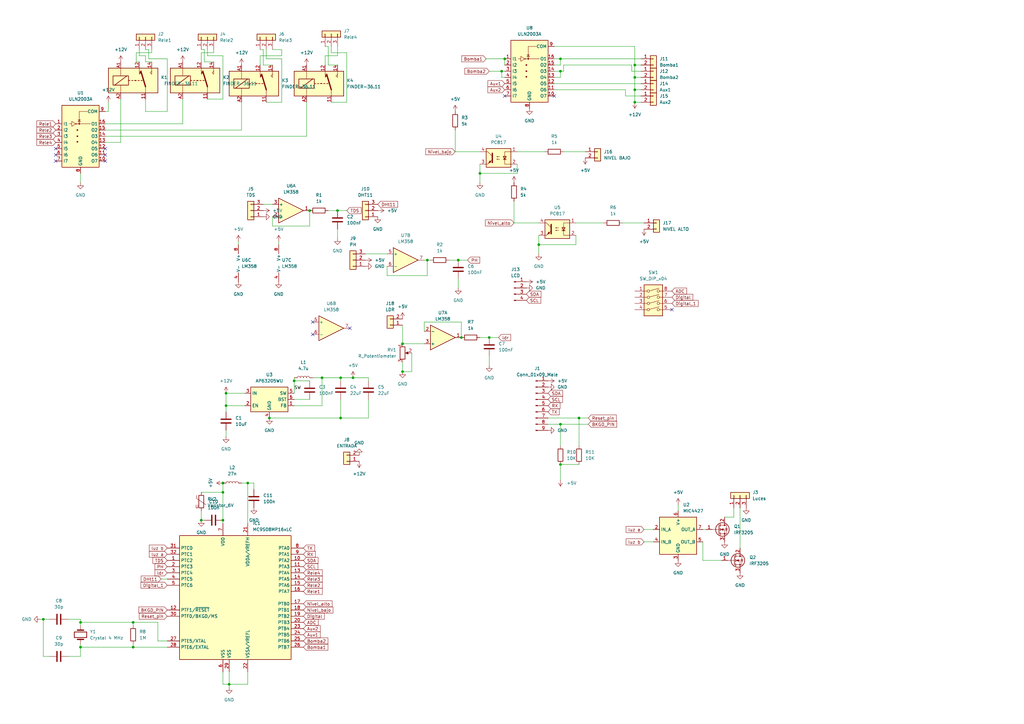
<source format=kicad_sch>
(kicad_sch (version 20211123) (generator eeschema)
  (paper "A3")
  (junction (at 93.98 280.67))
  (junction (at 229.87 24.13))
  (junction (at 17.78 254))
  (junction (at 92.71 166.37))
  (junction (at 205.74 29.21))
  (junction (at 138.43 86.36))
  (junction (at 127 86.36))
  (junction (at 120.65 156.21))
  (junction (at 260.35 31.75))
  (junction (at 33.02 255.27))
  (junction (at 144.78 154.94))
  (junction (at 92.71 161.29))
  (junction (at 91.44 201.93))
  (junction (at 139.7 171.45))
  (junction (at 54.61 265.43))
  (junction (at 132.08 154.94))
  (junction (at 101.6 198.12))
  (junction (at 207.01 24.13))
  (junction (at 165.1 152.4))
  (junction (at 54.61 255.27))
  (junction (at 165.1 140.97))
  (junction (at 260.35 41.91))
  (junction (at 260.35 26.67))
  (junction (at 82.55 213.36))
  (junction (at 189.23 138.43))
  (junction (at 229.87 29.21))
  (junction (at 196.85 71.12))
  (junction (at 91.44 198.12))
  (junction (at 139.7 154.94))
  (junction (at 260.35 36.83))
  (junction (at 220.98 100.33))
  (junction (at 110.49 171.45))
  (junction (at 200.66 138.43))
  (junction (at 237.49 171.45))
  (junction (at 229.87 190.5))
  (junction (at 187.96 106.68))
  (junction (at 91.44 213.36))
  (junction (at 229.87 173.99))
  (junction (at 33.02 265.43))
  (junction (at 175.26 106.68))
  (no_connect (at 275.59 127))
  (no_connect (at 43.18 60.96))
  (no_connect (at 22.86 63.5))
  (no_connect (at 22.86 66.04))
  (no_connect (at 43.18 63.5))
  (no_connect (at 43.18 66.04))
  (no_connect (at 22.86 60.96))
  (no_connect (at 128.27 137.16))
  (no_connect (at 128.27 132.08))
  (no_connect (at 143.51 134.62))
  (no_connect (at 227.33 39.37))
  (no_connect (at 207.01 39.37))
  (wire (pts (xy 55.88 25.4) (xy 57.15 25.4)))
  (wire (pts (xy 255.27 91.44) (xy 264.16 91.44)))
  (wire (pts (xy 175.26 113.03) (xy 175.26 106.68)))
  (wire (pts (xy 97.79 100.33) (xy 97.79 99.06)))
  (wire (pts (xy 87.63 21.59) (xy 82.55 21.59)))
  (wire (pts (xy 83.82 25.4) (xy 87.63 25.4)))
  (wire (pts (xy 66.04 237.49) (xy 68.58 237.49)))
  (wire (pts (xy 104.14 200.66) (xy 104.14 198.12)))
  (wire (pts (xy 99.06 41.91) (xy 99.06 53.34)))
  (wire (pts (xy 99.06 198.12) (xy 101.6 198.12)))
  (wire (pts (xy 115.57 41.91) (xy 109.22 41.91)))
  (wire (pts (xy 91.44 40.64) (xy 85.09 40.64)))
  (wire (pts (xy 109.22 24.13) (xy 115.57 24.13)))
  (wire (pts (xy 93.98 280.67) (xy 101.6 280.67)))
  (wire (pts (xy 227.33 29.21) (xy 229.87 29.21)))
  (wire (pts (xy 106.68 22.86) (xy 106.68 26.67)))
  (wire (pts (xy 199.39 24.13) (xy 207.01 24.13)))
  (wire (pts (xy 231.14 26.67) (xy 259.08 26.67)))
  (wire (pts (xy 101.6 198.12) (xy 101.6 214.63)))
  (wire (pts (xy 115.57 24.13) (xy 115.57 41.91)))
  (wire (pts (xy 165.1 140.97) (xy 173.99 140.97)))
  (wire (pts (xy 111.76 88.9) (xy 111.76 92.71)))
  (wire (pts (xy 187.96 106.68) (xy 191.77 106.68)))
  (wire (pts (xy 187.96 114.3) (xy 187.96 118.11)))
  (wire (pts (xy 196.85 71.12) (xy 212.09 71.12)))
  (wire (pts (xy 297.18 212.09) (xy 300.99 212.09)))
  (wire (pts (xy 120.65 156.21) (xy 127 156.21)))
  (wire (pts (xy 138.43 19.05) (xy 138.43 22.86)))
  (wire (pts (xy 151.13 156.21) (xy 151.13 154.94)))
  (wire (pts (xy 59.69 20.32) (xy 60.96 20.32)))
  (wire (pts (xy 135.89 21.59) (xy 142.24 21.59)))
  (wire (pts (xy 229.87 173.99) (xy 241.3 173.99)))
  (wire (pts (xy 82.55 20.32) (xy 83.82 20.32)))
  (wire (pts (xy 288.29 229.87) (xy 295.91 229.87)))
  (wire (pts (xy 62.23 21.59) (xy 55.88 21.59)))
  (wire (pts (xy 229.87 173.99) (xy 229.87 182.88)))
  (wire (pts (xy 260.35 19.05) (xy 260.35 26.67)))
  (wire (pts (xy 109.22 20.32) (xy 109.22 24.13)))
  (wire (pts (xy 173.99 106.68) (xy 175.26 106.68)))
  (wire (pts (xy 33.02 254) (xy 33.02 255.27)))
  (wire (pts (xy 111.76 92.71) (xy 127 92.71)))
  (wire (pts (xy 44.45 41.91) (xy 44.45 45.72)))
  (wire (pts (xy 93.98 275.59) (xy 93.98 280.67)))
  (wire (pts (xy 264.16 222.25) (xy 267.97 222.25)))
  (wire (pts (xy 134.62 26.67) (xy 138.43 26.67)))
  (wire (pts (xy 55.88 21.59) (xy 55.88 25.4)))
  (wire (pts (xy 229.87 24.13) (xy 262.89 24.13)))
  (wire (pts (xy 33.02 71.12) (xy 33.02 74.93)))
  (wire (pts (xy 288.29 217.17) (xy 289.56 217.17)))
  (wire (pts (xy 93.98 281.94) (xy 93.98 280.67)))
  (wire (pts (xy 212.09 62.23) (xy 223.52 62.23)))
  (wire (pts (xy 260.35 36.83) (xy 260.35 41.91)))
  (wire (pts (xy 139.7 171.45) (xy 151.13 171.45)))
  (wire (pts (xy 44.45 45.72) (xy 43.18 45.72)))
  (wire (pts (xy 200.66 29.21) (xy 205.74 29.21)))
  (wire (pts (xy 200.66 146.05) (xy 200.66 149.86)))
  (wire (pts (xy 64.77 262.89) (xy 68.58 262.89)))
  (wire (pts (xy 68.58 24.13) (xy 68.58 45.72)))
  (wire (pts (xy 33.02 265.43) (xy 33.02 264.16)))
  (wire (pts (xy 91.44 22.86) (xy 91.44 40.64)))
  (wire (pts (xy 134.62 86.36) (xy 138.43 86.36)))
  (wire (pts (xy 85.09 20.32) (xy 85.09 22.86)))
  (wire (pts (xy 288.29 222.25) (xy 288.29 229.87)))
  (wire (pts (xy 158.75 113.03) (xy 175.26 113.03)))
  (wire (pts (xy 133.35 22.86) (xy 138.43 22.86)))
  (wire (pts (xy 107.95 26.67) (xy 111.76 26.67)))
  (wire (pts (xy 92.71 168.91) (xy 92.71 166.37)))
  (wire (pts (xy 60.96 20.32) (xy 60.96 24.13)))
  (wire (pts (xy 133.35 22.86) (xy 133.35 26.67)))
  (wire (pts (xy 49.53 40.64) (xy 49.53 58.42)))
  (wire (pts (xy 259.08 29.21) (xy 262.89 29.21)))
  (wire (pts (xy 139.7 154.94) (xy 139.7 156.21)))
  (wire (pts (xy 260.35 36.83) (xy 262.89 36.83)))
  (wire (pts (xy 237.49 171.45) (xy 241.3 171.45)))
  (wire (pts (xy 43.18 55.88) (xy 125.73 55.88)))
  (wire (pts (xy 91.44 280.67) (xy 93.98 280.67)))
  (wire (pts (xy 205.74 31.75) (xy 205.74 29.21)))
  (wire (pts (xy 54.61 256.54) (xy 54.61 255.27)))
  (wire (pts (xy 189.23 132.08) (xy 189.23 138.43)))
  (wire (pts (xy 184.15 106.68) (xy 187.96 106.68)))
  (wire (pts (xy 104.14 198.12) (xy 101.6 198.12)))
  (wire (pts (xy 125.73 41.91) (xy 125.73 55.88)))
  (wire (pts (xy 220.98 100.33) (xy 220.98 104.14)))
  (wire (pts (xy 128.27 154.94) (xy 132.08 154.94)))
  (wire (pts (xy 196.85 138.43) (xy 200.66 138.43)))
  (wire (pts (xy 91.44 198.12) (xy 91.44 201.93)))
  (wire (pts (xy 107.95 20.32) (xy 107.95 26.67)))
  (wire (pts (xy 196.85 71.12) (xy 196.85 74.93)))
  (wire (pts (xy 135.89 19.05) (xy 135.89 21.59)))
  (wire (pts (xy 120.65 166.37) (xy 132.08 166.37)))
  (wire (pts (xy 91.44 213.36) (xy 91.44 214.63)))
  (wire (pts (xy 74.93 50.8) (xy 74.93 40.64)))
  (wire (pts (xy 92.71 166.37) (xy 100.33 166.37)))
  (wire (pts (xy 87.63 20.32) (xy 87.63 21.59)))
  (wire (pts (xy 168.91 152.4) (xy 165.1 152.4)))
  (wire (pts (xy 229.87 190.5) (xy 237.49 190.5)))
  (wire (pts (xy 110.49 171.45) (xy 139.7 171.45)))
  (wire (pts (xy 142.24 41.91) (xy 135.89 41.91)))
  (wire (pts (xy 259.08 26.67) (xy 259.08 29.21)))
  (wire (pts (xy 168.91 144.78) (xy 168.91 152.4)))
  (wire (pts (xy 237.49 171.45) (xy 237.49 182.88)))
  (wire (pts (xy 115.57 20.32) (xy 115.57 22.86)))
  (wire (pts (xy 83.82 20.32) (xy 83.82 25.4)))
  (wire (pts (xy 138.43 93.98) (xy 138.43 97.79)))
  (wire (pts (xy 220.98 100.33) (xy 236.22 100.33)))
  (wire (pts (xy 220.98 96.52) (xy 220.98 100.33)))
  (wire (pts (xy 92.71 161.29) (xy 100.33 161.29)))
  (wire (pts (xy 82.55 213.36) (xy 82.55 209.55)))
  (wire (pts (xy 229.87 26.67) (xy 229.87 24.13)))
  (wire (pts (xy 54.61 265.43) (xy 68.58 265.43)))
  (wire (pts (xy 256.54 39.37) (xy 262.89 39.37)))
  (wire (pts (xy 54.61 255.27) (xy 64.77 255.27)))
  (wire (pts (xy 132.08 166.37) (xy 132.08 154.94)))
  (wire (pts (xy 260.35 31.75) (xy 260.35 36.83)))
  (wire (pts (xy 43.18 53.34) (xy 99.06 53.34)))
  (wire (pts (xy 132.08 154.94) (xy 139.7 154.94)))
  (wire (pts (xy 27.94 269.24) (xy 33.02 269.24)))
  (wire (pts (xy 212.09 67.31) (xy 212.09 71.12)))
  (wire (pts (xy 27.94 254) (xy 33.02 254)))
  (wire (pts (xy 83.82 213.36) (xy 82.55 213.36)))
  (wire (pts (xy 229.87 31.75) (xy 229.87 29.21)))
  (wire (pts (xy 33.02 255.27) (xy 54.61 255.27)))
  (wire (pts (xy 43.18 50.8) (xy 74.93 50.8)))
  (wire (pts (xy 54.61 264.16) (xy 54.61 265.43)))
  (wire (pts (xy 227.33 31.75) (xy 229.87 31.75)))
  (wire (pts (xy 92.71 176.53) (xy 92.71 179.07)))
  (wire (pts (xy 236.22 96.52) (xy 236.22 100.33)))
  (wire (pts (xy 227.33 19.05) (xy 260.35 19.05)))
  (wire (pts (xy 227.33 36.83) (xy 256.54 36.83)))
  (wire (pts (xy 114.3 100.33) (xy 114.3 99.06)))
  (wire (pts (xy 300.99 212.09) (xy 300.99 208.28)))
  (wire (pts (xy 205.74 29.21) (xy 207.01 29.21)))
  (wire (pts (xy 85.09 22.86) (xy 91.44 22.86)))
  (wire (pts (xy 224.79 171.45) (xy 237.49 171.45)))
  (wire (pts (xy 236.22 91.44) (xy 247.65 91.44)))
  (wire (pts (xy 165.1 152.4) (xy 165.1 148.59)))
  (wire (pts (xy 207.01 24.13) (xy 207.01 26.67)))
  (wire (pts (xy 57.15 22.86) (xy 59.69 22.86)))
  (wire (pts (xy 91.44 201.93) (xy 91.44 213.36)))
  (wire (pts (xy 33.02 256.54) (xy 33.02 255.27)))
  (wire (pts (xy 200.66 138.43) (xy 204.47 138.43)))
  (wire (pts (xy 59.69 45.72) (xy 59.69 40.64)))
  (wire (pts (xy 186.69 53.34) (xy 186.69 62.23)))
  (wire (pts (xy 62.23 20.32) (xy 62.23 21.59)))
  (wire (pts (xy 262.89 26.67) (xy 260.35 26.67)))
  (wire (pts (xy 210.82 82.55) (xy 210.82 91.44)))
  (wire (pts (xy 158.75 109.22) (xy 158.75 113.03)))
  (wire (pts (xy 111.76 20.32) (xy 115.57 20.32)))
  (wire (pts (xy 120.65 154.94) (xy 120.65 156.21)))
  (wire (pts (xy 278.13 207.01) (xy 278.13 209.55)))
  (wire (pts (xy 227.33 34.29) (xy 262.89 34.29)))
  (wire (pts (xy 210.82 91.44) (xy 220.98 91.44)))
  (wire (pts (xy 59.69 25.4) (xy 62.23 25.4)))
  (wire (pts (xy 196.85 67.31) (xy 196.85 71.12)))
  (wire (pts (xy 173.99 132.08) (xy 173.99 135.89)))
  (wire (pts (xy 260.35 26.67) (xy 260.35 31.75)))
  (wire (pts (xy 224.79 173.99) (xy 229.87 173.99)))
  (wire (pts (xy 43.18 58.42) (xy 49.53 58.42)))
  (wire (pts (xy 20.32 269.24) (xy 17.78 269.24)))
  (wire (pts (xy 260.35 31.75) (xy 262.89 31.75)))
  (wire (pts (xy 207.01 31.75) (xy 205.74 31.75)))
  (wire (pts (xy 120.65 156.21) (xy 120.65 161.29)))
  (wire (pts (xy 82.55 21.59) (xy 82.55 25.4)))
  (wire (pts (xy 227.33 26.67) (xy 229.87 26.67)))
  (wire (pts (xy 60.96 24.13) (xy 68.58 24.13)))
  (wire (pts (xy 33.02 269.24) (xy 33.02 265.43)))
  (wire (pts (xy 138.43 86.36) (xy 142.24 86.36)))
  (wire (pts (xy 139.7 154.94) (xy 144.78 154.94)))
  (wire (pts (xy 144.78 154.94) (xy 151.13 154.94)))
  (wire (pts (xy 231.14 62.23) (xy 240.03 62.23)))
  (wire (pts (xy 264.16 217.17) (xy 267.97 217.17)))
  (wire (pts (xy 91.44 275.59) (xy 91.44 280.67)))
  (wire (pts (xy 229.87 29.21) (xy 231.14 29.21)))
  (wire (pts (xy 64.77 255.27) (xy 64.77 262.89)))
  (wire (pts (xy 139.7 163.83) (xy 139.7 171.45)))
  (wire (pts (xy 229.87 190.5) (xy 229.87 196.85)))
  (wire (pts (xy 231.14 29.21) (xy 231.14 26.67)))
  (wire (pts (xy 149.86 104.14) (xy 158.75 104.14)))
  (wire (pts (xy 227.33 24.13) (xy 229.87 24.13)))
  (wire (pts (xy 106.68 22.86) (xy 115.57 22.86)))
  (wire (pts (xy 186.69 62.23) (xy 196.85 62.23)))
  (wire (pts (xy 17.78 254) (xy 20.32 254)))
  (wire (pts (xy 134.62 19.05) (xy 134.62 26.67)))
  (wire (pts (xy 82.55 201.93) (xy 91.44 201.93)))
  (wire (pts (xy 107.95 83.82) (xy 111.76 83.82)))
  (wire (pts (xy 106.68 20.32) (xy 107.95 20.32)))
  (wire (pts (xy 151.13 163.83) (xy 151.13 171.45)))
  (wire (pts (xy 101.6 275.59) (xy 101.6 280.67)))
  (wire (pts (xy 133.35 19.05) (xy 134.62 19.05)))
  (wire (pts (xy 256.54 39.37) (xy 256.54 36.83)))
  (wire (pts (xy 127 92.71) (xy 127 86.36)))
  (wire (pts (xy 142.24 21.59) (xy 142.24 41.91)))
  (wire (pts (xy 260.35 41.91) (xy 262.89 41.91)))
  (wire (pts (xy 59.69 22.86) (xy 59.69 25.4)))
  (wire (pts (xy 92.71 166.37) (xy 92.71 161.29)))
  (wire (pts (xy 303.53 208.28) (xy 303.53 224.79)))
  (wire (pts (xy 17.78 254) (xy 17.78 269.24)))
  (wire (pts (xy 173.99 132.08) (xy 189.23 132.08)))
  (wire (pts (xy 165.1 133.35) (xy 165.1 140.97)))
  (wire (pts (xy 57.15 20.32) (xy 57.15 22.86)))
  (wire (pts (xy 68.58 45.72) (xy 59.69 45.72)))
  (wire (pts (xy 16.51 254) (xy 17.78 254)))
  (wire (pts (xy 33.02 265.43) (xy 54.61 265.43)))
  (wire (pts (xy 120.65 163.83) (xy 127 163.83)))
  (wire (pts (xy 175.26 106.68) (xy 176.53 106.68)))
  (label "SW" (at 120.65 160.02 0))
  (global_label "ldr" (shape input) (at 204.47 138.43 0) (property "Intersheet References" "${INTERSHEET_REFS}" (effects hide)))
  (global_label "SCL" (shape input) (at 224.79 163.83 0) (property "Intersheet References" "${INTERSHEET_REFS}" (effects hide)))
  (global_label "Aux2" (shape input) (at 124.46 257.81 0) (property "Intersheet References" "${INTERSHEET_REFS}" (effects hide)))
  (global_label "Bomba1" (shape input) (at 199.39 24.13 180) (property "Intersheet References" "${INTERSHEET_REFS}" (effects hide)))
  (global_label "luz a" (shape input) (at 68.58 227.33 180) (property "Intersheet References" "${INTERSHEET_REFS}" (effects hide)))
  (global_label "TX" (shape input) (at 224.79 168.91 0) (property "Intersheet References" "${INTERSHEET_REFS}" (effects hide)))
  (global_label "BKGD_PIN" (shape input) (at 68.58 250.19 180) (property "Intersheet References" "${INTERSHEET_REFS}" (effects hide)))
  (global_label "luz a" (shape input) (at 264.16 217.17 180) (property "Intersheet References" "${INTERSHEET_REFS}" (effects hide)))
  (global_label "Bomba2" (shape input) (at 200.66 29.21 180) (property "Intersheet References" "${INTERSHEET_REFS}" (effects hide)))
  (global_label "Nivel_alto" (shape input) (at 210.82 91.44 180) (property "Intersheet References" "${INTERSHEET_REFS}" (effects hide)))
  (global_label "TDS" (shape input) (at 142.24 86.36 0) (property "Intersheet References" "${INTERSHEET_REFS}" (effects hide)))
  (global_label "Rele2" (shape input) (at 22.86 53.34 180) (property "Intersheet References" "${INTERSHEET_REFS}" (effects hide)))
  (global_label "Rele2" (shape input) (at 124.46 240.03 0) (property "Intersheet References" "${INTERSHEET_REFS}" (effects hide)))
  (global_label "Aux1" (shape input) (at 207.01 34.29 180) (property "Intersheet References" "${INTERSHEET_REFS}" (effects hide)))
  (global_label "PH" (shape input) (at 191.77 106.68 0) (property "Intersheet References" "${INTERSHEET_REFS}" (effects hide)))
  (global_label "SDA" (shape input) (at 224.79 161.29 0) (property "Intersheet References" "${INTERSHEET_REFS}" (effects hide)))
  (global_label "Bomba1" (shape input) (at 124.46 265.43 0) (property "Intersheet References" "${INTERSHEET_REFS}" (effects hide)))
  (global_label "luz b" (shape input) (at 264.16 222.25 180) (property "Intersheet References" "${INTERSHEET_REFS}" (effects hide)))
  (global_label "Reset_pin" (shape input) (at 68.58 252.73 180) (property "Intersheet References" "${INTERSHEET_REFS}" (effects hide)))
  (global_label "Rele3" (shape input) (at 124.46 237.49 0) (property "Intersheet References" "${INTERSHEET_REFS}" (effects hide)))
  (global_label "ADC" (shape input) (at 275.59 119.38 0) (property "Intersheet References" "${INTERSHEET_REFS}" (effects hide)))
  (global_label "Digital_1" (shape input) (at 275.59 124.46 0) (property "Intersheet References" "${INTERSHEET_REFS}" (effects hide)))
  (global_label "Aux2" (shape input) (at 207.01 36.83 180) (property "Intersheet References" "${INTERSHEET_REFS}" (effects hide)))
  (global_label "Rele1" (shape input) (at 22.86 50.8 180) (property "Intersheet References" "${INTERSHEET_REFS}" (effects hide)))
  (global_label "ADC" (shape input) (at 124.46 255.27 0) (property "Intersheet References" "${INTERSHEET_REFS}" (effects hide)))
  (global_label "PH" (shape input) (at 68.58 232.41 180) (property "Intersheet References" "${INTERSHEET_REFS}" (effects hide)))
  (global_label "luz b" (shape input) (at 68.58 224.79 180) (property "Intersheet References" "${INTERSHEET_REFS}" (effects hide)))
  (global_label "Digital_1" (shape input) (at 68.58 240.03 180) (property "Intersheet References" "${INTERSHEET_REFS}" (effects hide)))
  (global_label "Nivel_alto" (shape input) (at 124.46 247.65 0) (property "Intersheet References" "${INTERSHEET_REFS}" (effects hide)))
  (global_label "SCL" (shape input) (at 215.9 123.19 0) (property "Intersheet References" "${INTERSHEET_REFS}" (effects hide)))
  (global_label "Reset_pin" (shape input) (at 241.3 171.45 0) (property "Intersheet References" "${INTERSHEET_REFS}" (effects hide)))
  (global_label "Rele4" (shape input) (at 124.46 234.95 0) (property "Intersheet References" "${INTERSHEET_REFS}" (effects hide)))
  (global_label "RX" (shape input) (at 224.79 166.37 0) (property "Intersheet References" "${INTERSHEET_REFS}" (effects hide)))
  (global_label "DHt11" (shape input) (at 66.04 237.49 180) (property "Intersheet References" "${INTERSHEET_REFS}" (effects hide)))
  (global_label "DHt11" (shape input) (at 154.94 83.82 0) (property "Intersheet References" "${INTERSHEET_REFS}" (effects hide)))
  (global_label "SDA" (shape input) (at 215.9 120.65 0) (property "Intersheet References" "${INTERSHEET_REFS}" (effects hide)))
  (global_label "TX" (shape input) (at 124.46 224.79 0) (property "Intersheet References" "${INTERSHEET_REFS}" (effects hide)))
  (global_label "SCL" (shape input) (at 124.46 232.41 0) (property "Intersheet References" "${INTERSHEET_REFS}" (effects hide)))
  (global_label "Rele1" (shape input) (at 124.46 242.57 0) (property "Intersheet References" "${INTERSHEET_REFS}" (effects hide)))
  (global_label "Aux1" (shape input) (at 124.46 260.35 0) (property "Intersheet References" "${INTERSHEET_REFS}" (effects hide)))
  (global_label "Nivel_bajo" (shape input) (at 124.46 250.19 0) (property "Intersheet References" "${INTERSHEET_REFS}" (effects hide)))
  (global_label "Nivel_bajo" (shape input) (at 186.69 62.23 180) (property "Intersheet References" "${INTERSHEET_REFS}" (effects hide)))
  (global_label "Bomba2" (shape input) (at 124.46 262.89 0) (property "Intersheet References" "${INTERSHEET_REFS}" (effects hide)))
  (global_label "RX" (shape input) (at 124.46 227.33 0) (property "Intersheet References" "${INTERSHEET_REFS}" (effects hide)))
  (global_label "Rele4" (shape input) (at 22.86 58.42 180) (property "Intersheet References" "${INTERSHEET_REFS}" (effects hide)))
  (global_label "ldr" (shape input) (at 68.58 234.95 180) (property "Intersheet References" "${INTERSHEET_REFS}" (effects hide)))
  (global_label "TDS" (shape input) (at 68.58 229.87 180) (property "Intersheet References" "${INTERSHEET_REFS}" (effects hide)))
  (global_label "BKGD_PIN" (shape input) (at 241.3 173.99 0) (property "Intersheet References" "${INTERSHEET_REFS}" (effects hide)))
  (global_label "Rele3" (shape input) (at 22.86 55.88 180) (property "Intersheet References" "${INTERSHEET_REFS}" (effects hide)))
  (global_label "Digital" (shape input) (at 275.59 121.92 0) (property "Intersheet References" "${INTERSHEET_REFS}" (effects hide)))
  (global_label "Digital" (shape input) (at 124.46 252.73 0) (property "Intersheet References" "${INTERSHEET_REFS}" (effects hide)))
  (global_label "SDA" (shape input) (at 124.46 229.87 0) (property "Intersheet References" "${INTERSHEET_REFS}" (effects hide)))
  (symbol (lib_id "power:GND") (at 82.55 213.36 0) (unit 1)
    (property "Reference" "#PWR0143" (effects hide))
    (property "Value" "GND" (at 82.55 218.44 0))
  )
  (symbol (lib_id "power:GND") (at 114.3 115.57 0) (unit 1)
    (property "Reference" "#PWR04" (effects hide))
    (property "Value" "GND" (at 114.3 120.65 0))
  )
  (symbol (lib_id "power:GND") (at 278.13 229.87 0) (unit 1)
    (property "Reference" "#PWR0121" (effects hide))
    (property "Value" "GND" (at 278.13 234.95 0))
  )
  (symbol (lib_id "power:GND") (at 93.98 281.94 0) (unit 1)
    (property "Reference" "#PWR0144" (effects hide))
    (property "Value" "GND" (at 93.98 287.02 0))
  )
  (symbol (lib_id "power:+12V") (at 147.32 189.23 180) (unit 1)
    (property "Reference" "#PWR0125" (effects hide))
    (property "Value" "+12V" (at 147.32 194.31 0))
  )
  (symbol (lib_id "Amplifier_Operational:LM358") (at 100.33 107.95 0) (unit 3)
    (property "Reference" "U6" (at 99.06 106.6799 0) (effects (justify left)))
    (property "Value" "LM358" (at 99.06 109.2199 0) (effects (justify left)))
    (property "Footprint" "Package_SO:SOIC-8_3.9x4.9mm_P1.27mm" (effects hide))
    (property "Datasheet" "http://www.ti.com/lit/ds/symlink/lm2904-n.pdf" (effects hide))
  )
  (symbol (lib_id "Device:C") (at 200.66 142.24 0) (unit 1)
    (property "Reference" "C7" (at 204.47 140.9699 0) (effects (justify left)))
    (property "Value" "100nF" (at 204.47 143.5099 0) (effects (justify left)))
    (property "Footprint" "Capacitor_SMD:C_0603_1608Metric" (effects hide))
  )
  (symbol (lib_id "Amplifier_Operational:LM358") (at 166.37 106.68 0) (unit 2)
    (property "Reference" "U7" (at 166.37 96.52 0))
    (property "Value" "LM358" (at 166.37 99.06 0))
    (property "Footprint" "Package_SO:SOIC-8_3.9x4.9mm_P1.27mm" (effects hide))
    (property "Datasheet" "http://www.ti.com/lit/ds/symlink/lm2904-n.pdf" (effects hide))
  )
  (symbol (lib_id "MCU_NXP_S08:MC9S08MP16xLC") (at 96.52 245.11 0) (unit 1)
    (property "Reference" "IC1" (at 103.6194 214.63 0) (effects (justify left)))
    (property "Value" "MC9S08MP16xLC" (at 103.6194 217.17 0) (effects (justify left)))
    (property "Footprint" "Package_QFP:LQFP-32_7x7mm_P0.8mm" (effects hide))
    (property "Datasheet" "http://cache.nxp.com/files/microcontrollers/doc/ref_manual/MC9S08MP16RM.pdf" (effects hide))
  )
  (symbol (lib_id "power:GND") (at 215.9 118.11 90) (unit 1)
    (property "Reference" "#PWR0106" (effects hide))
    (property "Value" "GND" (at 219.71 118.1099 90) (effects (justify right)))
  )
  (symbol (lib_id "Device:C") (at 127 160.02 0) (unit 1)
    (property "Reference" "C3" (at 130.81 158.7499 0) (effects (justify left)))
    (property "Value" "100nF" (at 130.81 161.2899 0) (effects (justify left)))
    (property "Footprint" "Capacitor_SMD:C_0201_0603Metric" (effects hide))
  )
  (symbol (lib_id "power:+5V") (at 144.78 154.94 0) (unit 1)
    (property "Reference" "#PWR0123" (effects hide))
    (property "Value" "+5V" (at 144.78 149.86 0))
  )
  (symbol (lib_id "power:GND") (at 200.66 149.86 0) (unit 1)
    (property "Reference" "#PWR07" (effects hide))
    (property "Value" "GND" (at 200.66 154.94 0))
  )
  (symbol (lib_id "Device:C") (at 187.96 110.49 0) (unit 1)
    (property "Reference" "C6" (at 191.77 109.2199 0) (effects (justify left)))
    (property "Value" "100nF" (at 191.77 111.7599 0) (effects (justify left)))
    (property "Footprint" "Capacitor_SMD:C_0603_1608Metric" (effects hide))
  )
  (symbol (lib_id "power:GND") (at 107.95 88.9 90) (unit 1)
    (property "Reference" "#PWR0131" (effects hide))
    (property "Value" "GND" (at 111.76 88.8999 90) (effects (justify right)))
  )
  (symbol (lib_id "Device:Crystal") (at 33.02 260.35 90) (unit 1)
    (property "Reference" "Y1" (at 36.83 259.0799 90) (effects (justify right)))
    (property "Value" "Crystal 4 MHz" (at 36.83 261.6199 90) (effects (justify right)))
    (property "Footprint" "Crystal:Crystal_HC49-4H_Vertical" (effects hide))
  )
  (symbol (lib_id "Connector_Generic:Conn_01x02") (at 267.97 34.29 0) (unit 1)
    (property "Reference" "J14" (at 270.51 34.2899 0) (effects (justify left)))
    (property "Value" "Aux1" (at 270.51 36.8299 0) (effects (justify left)))
    (property "Footprint" "TerminalBlock:TerminalBlock_bornier-2_P5.08mm" (effects hide))
  )
  (symbol (lib_id "Device:C") (at 24.13 269.24 90) (unit 1)
    (property "Reference" "C9" (at 24.13 261.62 90))
    (property "Value" "30p" (at 24.13 264.16 90))
    (property "Footprint" "Capacitor_SMD:C_0201_0603Metric" (effects hide))
  )
  (symbol (lib_id "Device:R") (at 180.34 106.68 90) (unit 1)
    (property "Reference" "R2" (at 180.34 100.33 90))
    (property "Value" "1k" (at 180.34 102.87 90))
    (property "Footprint" "Resistor_SMD:R_0603_1608Metric" (effects hide))
  )
  (symbol (lib_id "Device:R") (at 237.49 186.69 0) (unit 1)
    (property "Reference" "R11" (at 240.03 185.4199 0) (effects (justify left)))
    (property "Value" "10K" (at 240.03 187.9599 0) (effects (justify left)))
    (property "Footprint" "Resistor_SMD:R_0201_0603Metric" (effects hide))
  )
  (symbol (lib_id "Connector_Generic:Conn_01x03") (at 135.89 13.97 90) (unit 1)
    (property "Reference" "J7" (at 140.97 12.6999 90) (effects (justify right)))
    (property "Value" "Rele4" (at 140.97 15.2399 90) (effects (justify right)))
    (property "Footprint" "TerminalBlock:TerminalBlock_bornier-3_P5.08mm" (effects hide))
  )
  (symbol (lib_id "Device:C") (at 139.7 160.02 0) (unit 1)
    (property "Reference" "C4" (at 143.51 158.7499 0) (effects (justify left)))
    (property "Value" "22uF" (at 143.51 161.2899 0) (effects (justify left)))
    (property "Footprint" "Capacitor_SMD:C_0805_2012Metric" (effects hide))
  )
  (symbol (lib_id "power:+5V") (at 240.03 64.77 180) (unit 1)
    (property "Reference" "#PWR0133" (effects hide))
    (property "Value" "+5V" (at 240.03 69.85 0))
  )
  (symbol (lib_id "Driver_FET:MIC4427") (at 278.13 219.71 0) (unit 1)
    (property "Reference" "U2" (at 280.1494 207.01 0) (effects (justify left)))
    (property "Value" "MIC4427" (at 280.1494 209.55 0) (effects (justify left)))
    (property "Footprint" "Package_SO:SOIC-8_3.9x4.9mm_P1.27mm" (effects hide))
    (property "Datasheet" "http://ww1.microchip.com/downloads/en/DeviceDoc/mic4426.pdf" (effects hide))
  )
  (symbol (lib_id "power:+12V") (at 92.71 161.29 0) (unit 1)
    (property "Reference" "#PWR0120" (effects hide))
    (property "Value" "+12V" (at 92.71 156.21 0))
  )
  (symbol (lib_id "Connector_Generic:Conn_01x03") (at 85.09 15.24 90) (unit 1)
    (property "Reference" "J4" (at 90.17 13.9699 90) (effects (justify right)))
    (property "Value" "Rele2" (at 90.17 16.5099 90) (effects (justify right)))
    (property "Footprint" "TerminalBlock:TerminalBlock_bornier-3_P5.08mm" (effects hide))
  )
  (symbol (lib_id "power:GND") (at 33.02 74.93 0) (unit 1)
    (property "Reference" "#PWR0114" (effects hide))
    (property "Value" "GND" (at 33.02 80.01 0))
  )
  (symbol (lib_id "Transistor_Array:ULN2003A") (at 33.02 55.88 0) (unit 1)
    (property "Reference" "U1" (at 33.02 38.1 0))
    (property "Value" "ULN2003A" (at 33.02 40.64 0))
    (property "Footprint" "Package_SO:SOIC-16_3.9x9.9mm_P1.27mm" (effects hide))
    (property "Datasheet" "http://www.ti.com/lit/ds/symlink/uln2003a.pdf" (effects hide))
  )
  (symbol (lib_id "Device:R") (at 193.04 138.43 90) (unit 1)
    (property "Reference" "R7" (at 193.04 132.08 90))
    (property "Value" "1k" (at 193.04 134.62 90))
    (property "Footprint" "Resistor_SMD:R_0603_1608Metric" (effects hide))
  )
  (symbol (lib_id "Connector_Generic:Conn_01x02") (at 269.24 91.44 0) (unit 1)
    (property "Reference" "J17" (at 271.78 91.4399 0) (effects (justify left)))
    (property "Value" "NIVEL ALTO" (at 271.78 93.9799 0) (effects (justify left)))
    (property "Footprint" "TerminalBlock:TerminalBlock_bornier-2_P5.08mm" (effects hide))
  )
  (symbol (lib_id "Relay:FINDER-36.11") (at 130.81 34.29 0) (unit 1)
    (property "Reference" "K4" (at 142.24 33.0199 0) (effects (justify left)))
    (property "Value" "FINDER-36.11" (at 142.24 35.5599 0) (effects (justify left)))
    (property "Footprint" "Relay_THT:Relay_SPDT_Finder_36.11" (effects hide))
    (property "Datasheet" "https://gfinder.findernet.com/public/attachments/36/EN/S36EN.pdf" (effects hide))
  )
  (symbol (lib_id "Transistor_FET:IRF3205") (at 294.64 217.17 0) (unit 1)
    (property "Reference" "Q1" (at 300.99 215.8999 0) (effects (justify left)))
    (property "Value" "IRF3205" (at 300.99 218.4399 0) (effects (justify left)))
    (property "Footprint" "Package_TO_SOT_THT:TO-220-3_Vertical" (effects hide))
    (property "Datasheet" "http://www.irf.com/product-info/datasheets/data/irf3205.pdf" (effects hide))
  )
  (symbol (lib_id "power:+5V") (at 114.3 99.06 0) (unit 1)
    (property "Reference" "#PWR03" (effects hide))
    (property "Value" "+5V" (at 114.3 93.98 0))
  )
  (symbol (lib_id "Device:R") (at 227.33 62.23 90) (unit 1)
    (property "Reference" "R5" (at 227.33 55.88 90))
    (property "Value" "1k" (at 227.33 58.42 90))
    (property "Footprint" "Resistor_SMD:R_0603_1608Metric" (effects hide))
  )
  (symbol (lib_id "Device:L") (at 95.25 198.12 90) (unit 1)
    (property "Reference" "L2" (at 95.25 191.77 90))
    (property "Value" "27n" (at 95.25 194.31 90))
    (property "Footprint" "Inductor_SMD:L_0805_2012Metric" (effects hide))
  )
  (symbol (lib_id "Device:C") (at 87.63 213.36 90) (unit 1)
    (property "Reference" "C10" (at 87.63 205.74 90))
    (property "Value" "100n" (at 87.63 208.28 90))
    (property "Footprint" "Capacitor_SMD:C_0201_0603Metric" (effects hide))
  )
  (symbol (lib_id "Amplifier_Operational:LM358") (at 119.38 86.36 0) (unit 1)
    (property "Reference" "U6" (at 119.38 76.2 0))
    (property "Value" "LM358" (at 119.38 78.74 0))
    (property "Footprint" "Package_SO:SOIC-8_3.9x4.9mm_P1.27mm" (effects hide))
    (property "Datasheet" "http://www.ti.com/lit/ds/symlink/lm2904-n.pdf" (effects hide))
  )
  (symbol (lib_id "Connector_Generic:Conn_01x03") (at 144.78 106.68 180) (unit 1)
    (property "Reference" "J9" (at 144.78 97.79 0))
    (property "Value" "PH" (at 144.78 100.33 0))
    (property "Footprint" "TerminalBlock:TerminalBlock_bornier-3_P5.08mm" (effects hide))
  )
  (symbol (lib_id "power:+12V") (at 125.73 26.67 0) (unit 1)
    (property "Reference" "#PWR0104" (effects hide))
    (property "Value" "+12V" (at 125.73 21.59 0))
  )
  (symbol (lib_id "power:GND") (at 110.49 171.45 0) (unit 1)
    (property "Reference" "#PWR0124" (effects hide))
    (property "Value" "GND" (at 110.49 176.53 0))
  )
  (symbol (lib_id "Connector_Generic:Conn_01x03") (at 102.87 86.36 180) (unit 1)
    (property "Reference" "J5" (at 102.87 77.47 0))
    (property "Value" "TDS" (at 102.87 80.01 0))
    (property "Footprint" "TerminalBlock:TerminalBlock_bornier-3_P5.08mm" (effects hide))
  )
  (symbol (lib_id "power:+5V") (at 264.16 93.98 180) (unit 1)
    (property "Reference" "#PWR0135" (effects hide))
    (property "Value" "+5V" (at 264.16 99.06 0))
  )
  (symbol (lib_id "power:GND") (at 297.18 222.25 0) (unit 1)
    (property "Reference" "#PWR0118" (effects hide))
    (property "Value" "GND" (at 297.18 227.33 0))
  )
  (symbol (lib_id "power:GND") (at 224.79 176.53 90) (unit 1)
    (property "Reference" "#PWR0132" (effects hide))
    (property "Value" "GND" (at 228.6 176.5299 90) (effects (justify right)))
  )
  (symbol (lib_id "power:+5V") (at 107.95 86.36 270) (unit 1)
    (property "Reference" "#PWR0130" (effects hide))
    (property "Value" "+5V" (at 111.76 86.3599 90) (effects (justify left)))
  )
  (symbol (lib_id "power:+5V") (at 224.79 156.21 270) (unit 1)
    (property "Reference" "#PWR0128" (effects hide))
    (property "Value" "+5V" (at 228.6 156.2099 90) (effects (justify left)))
  )
  (symbol (lib_id "Connector_Generic:Conn_01x03") (at 303.53 203.2 90) (unit 1)
    (property "Reference" "J3" (at 308.61 201.9299 90) (effects (justify right)))
    (property "Value" "Luces" (at 308.61 204.4699 90) (effects (justify right)))
    (property "Footprint" "TerminalBlock:TerminalBlock_bornier-3_P5.08mm" (effects hide))
  )
  (symbol (lib_id "Connector_Generic:Conn_01x02") (at 160.02 133.35 180) (unit 1)
    (property "Reference" "J18" (at 160.02 124.46 0))
    (property "Value" "LDR" (at 160.02 127 0))
    (property "Footprint" "TerminalBlock:TerminalBlock_bornier-2_P5.08mm" (effects hide))
  )
  (symbol (lib_id "Relay:FINDER-36.11") (at 104.14 34.29 0) (unit 1)
    (property "Reference" "K3" (at 115.57 33.0199 0) (effects (justify left)))
    (property "Value" "FINDER-36.11" (at 115.57 35.5599 0) (effects (justify left)))
    (property "Footprint" "Relay_THT:Relay_SPDT_Finder_36.11" (effects hide))
    (property "Datasheet" "https://gfinder.findernet.com/public/attachments/36/EN/S36EN.pdf" (effects hide))
  )
  (symbol (lib_id "power:GND") (at 104.14 208.28 0) (unit 1)
    (property "Reference" "#PWR0142" (effects hide))
    (property "Value" "GND" (at 104.14 213.36 0))
  )
  (symbol (lib_id "power:+12V") (at 44.45 41.91 0) (unit 1)
    (property "Reference" "#PWR0113" (effects hide))
    (property "Value" "+12V" (at 44.45 36.83 0))
  )
  (symbol (lib_id "Transistor_Array:ULN2003A") (at 217.17 29.21 0) (unit 1)
    (property "Reference" "U8" (at 217.17 11.43 0))
    (property "Value" "ULN2003A" (at 217.17 13.97 0))
    (property "Footprint" "Package_SO:SOIC-16_3.9x9.9mm_P1.27mm" (effects hide))
    (property "Datasheet" "http://www.ti.com/lit/ds/symlink/uln2003a.pdf" (effects hide))
  )
  (symbol (lib_id "power:GND") (at 196.85 74.93 0) (unit 1)
    (property "Reference" "#PWR0134" (effects hide))
    (property "Value" "GND" (at 196.85 80.01 0))
  )
  (symbol (lib_id "Connector_Generic:Conn_01x03") (at 149.86 86.36 180) (unit 1)
    (property "Reference" "J10" (at 149.86 77.47 0))
    (property "Value" "DHT11" (at 149.86 80.01 0))
    (property "Footprint" "TerminalBlock:TerminalBlock_bornier-3_P5.08mm" (effects hide))
  )
  (symbol (lib_id "Connector_Generic:Conn_01x02") (at 267.97 24.13 0) (unit 1)
    (property "Reference" "J11" (at 270.51 24.1299 0) (effects (justify left)))
    (property "Value" "Bomba1" (at 270.51 26.6699 0) (effects (justify left)))
    (property "Footprint" "TerminalBlock:TerminalBlock_bornier-2_P5.08mm" (effects hide))
  )
  (symbol (lib_id "power:GND") (at 154.94 88.9 0) (unit 1)
    (property "Reference" "#PWR0108" (effects hide))
    (property "Value" "GND" (at 154.94 93.98 0))
  )
  (symbol (lib_id "Amplifier_Operational:LM358") (at 116.84 107.95 0) (unit 3)
    (property "Reference" "U7" (at 115.57 106.6799 0) (effects (justify left)))
    (property "Value" "LM358" (at 115.57 109.2199 0) (effects (justify left)))
    (property "Footprint" "Package_SO:SOIC-8_3.9x4.9mm_P1.27mm" (effects hide))
    (property "Datasheet" "http://www.ti.com/lit/ds/symlink/lm2904-n.pdf" (effects hide))
  )
  (symbol (lib_id "Device:R") (at 130.81 86.36 90) (unit 1)
    (property "Reference" "R1" (at 130.81 80.01 90))
    (property "Value" "1k" (at 130.81 82.55 90))
    (property "Footprint" "Resistor_SMD:R_0603_1608Metric" (effects hide))
  )
  (symbol (lib_id "Connector_Generic:Conn_01x02") (at 142.24 189.23 180) (unit 1)
    (property "Reference" "J8" (at 142.24 180.34 0))
    (property "Value" "ENTRADA" (at 142.24 182.88 0))
    (property "Footprint" "TerminalBlock:TerminalBlock_bornier-2_P5.08mm" (effects hide))
  )
  (symbol (lib_id "power:+5V") (at 215.9 115.57 270) (unit 1)
    (property "Reference" "#PWR0107" (effects hide))
    (property "Value" "+5V" (at 219.71 115.5699 90) (effects (justify left)))
  )
  (symbol (lib_id "power:+5V") (at 97.79 99.06 0) (unit 1)
    (property "Reference" "#PWR01" (effects hide))
    (property "Value" "+5V" (at 97.79 93.98 0))
  )
  (symbol (lib_id "Connector_Generic:Conn_01x03") (at 59.69 15.24 90) (unit 1)
    (property "Reference" "J2" (at 64.77 13.9699 90) (effects (justify right)))
    (property "Value" "Rele1" (at 64.77 16.5099 90) (effects (justify right)))
    (property "Footprint" "TerminalBlock:TerminalBlock_bornier-3_P5.08mm" (effects hide))
  )
  (symbol (lib_id "Relay:FINDER-36.11") (at 80.01 33.02 0) (unit 1)
    (property "Reference" "K2" (at 91.44 31.7499 0) (effects (justify left)))
    (property "Value" "FINDER-36.11" (at 91.44 34.2899 0) (effects (justify left)))
    (property "Footprint" "Relay_THT:Relay_SPDT_Finder_36.11" (effects hide))
    (property "Datasheet" "https://gfinder.findernet.com/public/attachments/36/EN/S36EN.pdf" (effects hide))
  )
  (symbol (lib_id "power:+12V") (at 74.93 25.4 0) (unit 1)
    (property "Reference" "#PWR0115" (effects hide))
    (property "Value" "+12V" (at 74.93 20.32 0))
  )
  (symbol (lib_id "power:GND") (at 16.51 254 270) (unit 1)
    (property "Reference" "#PWR0141" (effects hide))
    (property "Value" "GND" (at 8.89 254 90) (effects (justify left)))
  )
  (symbol (lib_id "Device:R_Potentiometer") (at 165.1 144.78 0) (unit 1)
    (property "Reference" "RV1" (at 162.56 143.5099 0) (effects (justify right)))
    (property "Value" "R_Potentiometer" (at 162.56 146.0499 0) (effects (justify right)))
    (property "Footprint" "Potentiometer_SMD:Potentiometer_Bourns_3314G_Vertical" (effects hide))
  )
  (symbol (lib_id "power:GND") (at 306.07 208.28 0) (unit 1)
    (property "Reference" "#PWR0119" (effects hide))
    (property "Value" "GND" (at 306.07 213.36 0))
  )
  (symbol (lib_id "Device:R") (at 251.46 91.44 90) (unit 1)
    (property "Reference" "R6" (at 251.46 85.09 90))
    (property "Value" "1k" (at 251.46 87.63 90))
    (property "Footprint" "Resistor_SMD:R_0603_1608Metric" (effects hide))
  )
  (symbol (lib_id "power:GND") (at 147.32 186.69 180) (unit 1)
    (property "Reference" "#PWR0126" (effects hide))
    (property "Value" "GND" (at 147.32 181.61 0))
  )
  (symbol (lib_id "power:+5V") (at 154.94 86.36 270) (unit 1)
    (property "Reference" "#PWR0111" (effects hide))
    (property "Value" "+5V" (at 158.75 86.3601 90) (effects (justify left)))
  )
  (symbol (lib_id "power:GND") (at 149.86 109.22 90) (unit 1)
    (property "Reference" "#PWR0110" (effects hide))
    (property "Value" "GND" (at 153.67 109.2199 90) (effects (justify right)))
  )
  (symbol (lib_id "Connector_Generic:Conn_01x02") (at 245.11 62.23 0) (unit 1)
    (property "Reference" "J16" (at 247.65 62.2299 0) (effects (justify left)))
    (property "Value" "NIVEL BAJO" (at 247.65 64.7699 0) (effects (justify left)))
    (property "Footprint" "TerminalBlock:TerminalBlock_bornier-2_P5.08mm" (effects hide))
  )
  (symbol (lib_id "power:+5V") (at 229.87 196.85 180) (unit 1)
    (property "Reference" "#PWR0103" (effects hide))
    (property "Value" "+5V" (at 232.41 198.1199 0) (effects (justify right)))
  )
  (symbol (lib_id "Device:C") (at 151.13 160.02 0) (unit 1)
    (property "Reference" "C5" (at 154.94 158.7499 0) (effects (justify left)))
    (property "Value" "22uF" (at 154.94 161.2899 0) (effects (justify left)))
    (property "Footprint" "Capacitor_SMD:C_0805_2012Metric" (effects hide))
  )
  (symbol (lib_id "Amplifier_Operational:LM358") (at 181.61 138.43 0) (mirror x) (unit 1)
    (property "Reference" "U7" (at 181.61 128.27 0))
    (property "Value" "LM358" (at 181.61 130.81 0))
    (property "Footprint" "Package_SO:SOIC-8_3.9x4.9mm_P1.27mm" (effects hide))
    (property "Datasheet" "http://www.ti.com/lit/ds/symlink/lm2904-n.pdf" (effects hide))
  )
  (symbol (lib_id "power:+5V") (at 165.1 130.81 0) (unit 1)
    (property "Reference" "#PWR05" (effects hide))
    (property "Value" "+5V" (at 165.1 125.73 0))
  )
  (symbol (lib_id "Connector_Generic:Conn_01x03") (at 109.22 15.24 90) (unit 1)
    (property "Reference" "J6" (at 114.3 13.9699 90) (effects (justify right)))
    (property "Value" "Rele3" (at 114.3 16.5099 90) (effects (justify right)))
    (property "Footprint" "TerminalBlock:TerminalBlock_bornier-3_P5.08mm" (effects hide))
  )
  (symbol (lib_id "Amplifier_Operational:LM358") (at 135.89 134.62 0) (unit 2)
    (property "Reference" "U6" (at 135.89 124.46 0))
    (property "Value" "LM358" (at 135.89 127 0))
    (property "Footprint" "Package_SO:SOIC-8_3.9x4.9mm_P1.27mm" (effects hide))
    (property "Datasheet" "http://www.ti.com/lit/ds/symlink/lm2904-n.pdf" (effects hide))
  )
  (symbol (lib_id "power:+12V") (at 99.06 26.67 0) (unit 1)
    (property "Reference" "#PWR0138" (effects hide))
    (property "Value" "+12V" (at 99.06 21.59 0))
  )
  (symbol (lib_id "power:+5V") (at 149.86 106.68 270) (unit 1)
    (property "Reference" "#PWR0109" (effects hide))
    (property "Value" "+5V" (at 153.67 106.6799 90) (effects (justify left)))
  )
  (symbol (lib_id "power:+12V") (at 49.53 25.4 0) (unit 1)
    (property "Reference" "#PWR0139" (effects hide))
    (property "Value" "+12V" (at 49.53 20.32 0))
  )
  (symbol (lib_id "Device:C") (at 92.71 172.72 0) (unit 1)
    (property "Reference" "C1" (at 96.52 171.4499 0) (effects (justify left)))
    (property "Value" "10uF" (at 96.52 173.9899 0) (effects (justify left)))
    (property "Footprint" "Capacitor_SMD:C_0805_2012Metric" (effects hide))
  )
  (symbol (lib_id "Device:C") (at 104.14 204.47 180) (unit 1)
    (property "Reference" "C11" (at 107.95 203.1999 0) (effects (justify right)))
    (property "Value" "100n" (at 107.95 205.7399 0) (effects (justify right)))
    (property "Footprint" "Capacitor_SMD:C_0201_0603Metric" (effects hide))
  )
  (symbol (lib_id "power:+5V") (at 186.69 45.72 0) (unit 1)
    (property "Reference" "#PWR0136" (effects hide))
    (property "Value" "+5V" (at 186.69 40.64 0))
  )
  (symbol (lib_id "power:GND") (at 224.79 158.75 90) (unit 1)
    (property "Reference" "#PWR0129" (effects hide))
    (property "Value" "GND" (at 228.6 158.7499 90) (effects (justify right)))
  )
  (symbol (lib_id "Relay:FINDER-36.11") (at 54.61 33.02 0) (unit 1)
    (property "Reference" "K1" (at 66.04 31.7499 0) (effects (justify left)))
    (property "Value" "FINDER-36.11" (at 67.31 34.2899 0) (effects (justify left)))
    (property "Footprint" "Relay_THT:Relay_SPDT_Finder_36.11" (effects hide))
    (property "Datasheet" "https://gfinder.findernet.com/public/attachments/36/EN/S36EN.pdf" (effects hide))
  )
  (symbol (lib_id "power:GND") (at 92.71 179.07 0) (unit 1)
    (property "Reference" "#PWR0116" (effects hide))
    (property "Value" "GND" (at 92.71 184.15 0))
  )
  (symbol (lib_id "Transistor_FET:IRF3205") (at 300.99 229.87 0) (unit 1)
    (property "Reference" "Q2" (at 307.34 228.5999 0) (effects (justify left)))
    (property "Value" "IRF3205" (at 307.34 231.1399 0) (effects (justify left)))
    (property "Footprint" "Package_TO_SOT_THT:TO-220-3_Vertical" (effects hide))
    (property "Datasheet" "http://www.irf.com/product-info/datasheets/data/irf3205.pdf" (effects hide))
  )
  (symbol (lib_id "power:+5V") (at 210.82 74.93 0) (unit 1)
    (property "Reference" "#PWR0137" (effects hide))
    (property "Value" "+5V" (at 210.82 69.85 0))
  )
  (symbol (lib_id "Device:C") (at 138.43 90.17 0) (unit 1)
    (property "Reference" "C2" (at 142.24 88.8999 0) (effects (justify left)))
    (property "Value" "100nF" (at 142.24 91.4399 0) (effects (justify left)))
    (property "Footprint" "Capacitor_SMD:C_0603_1608Metric" (effects hide))
  )
  (symbol (lib_id "power:GND") (at 220.98 104.14 0) (unit 1)
    (property "Reference" "#PWR0127" (effects hide))
    (property "Value" "GND" (at 220.98 109.22 0))
  )
  (symbol (lib_id "Connector_Generic:Conn_01x02") (at 267.97 39.37 0) (unit 1)
    (property "Reference" "J15" (at 270.51 39.3699 0) (effects (justify left)))
    (property "Value" "Aux2" (at 270.51 41.9099 0) (effects (justify left)))
    (property "Footprint" "TerminalBlock:TerminalBlock_bornier-2_P5.08mm" (effects hide))
  )
  (symbol (lib_id "power:GND") (at 303.53 234.95 0) (unit 1)
    (property "Reference" "#PWR0117" (effects hide))
    (property "Value" "GND" (at 303.53 240.03 0))
  )
  (symbol (lib_id "Device:R") (at 186.69 49.53 0) (unit 1)
    (property "Reference" "R3" (at 189.23 48.2599 0) (effects (justify left)))
    (property "Value" "5k" (at 189.23 50.7999 0) (effects (justify left)))
    (property "Footprint" "Resistor_SMD:R_0603_1608Metric" (effects hide))
  )
  (symbol (lib_id "Isolator:PC817") (at 228.6 93.98 0) (mirror y) (unit 1)
    (property "Reference" "U5" (at 228.6 85.09 0))
    (property "Value" "PC817" (at 228.6 87.63 0))
    (property "Footprint" "Package_DIP:DIP-4_W7.62mm" (effects hide))
    (property "Datasheet" "http://www.soselectronic.cz/a_info/resource/d/pc817.pdf" (effects hide))
  )
  (symbol (lib_id "power:+12V") (at 260.35 41.91 180) (unit 1)
    (property "Reference" "#PWR0101" (effects hide))
    (property "Value" "+12V" (at 260.35 46.99 0))
  )
  (symbol (lib_id "Connector:Conn_01x09_Male") (at 219.71 166.37 0) (unit 1)
    (property "Reference" "J1" (at 220.345 151.13 0))
    (property "Value" "Conn_01x09_Male" (at 220.345 153.67 0))
    (property "Footprint" "Connector_PinSocket_2.54mm:PinSocket_1x09_P2.54mm_Vertical" (effects hide))
  )
  (symbol (lib_id "Device:R") (at 54.61 260.35 180) (unit 1)
    (property "Reference" "R8" (at 57.15 259.0799 0) (effects (justify right)))
    (property "Value" "1M" (at 57.15 261.6199 0) (effects (justify right)))
    (property "Footprint" "Resistor_SMD:R_0201_0603Metric" (effects hide))
  )
  (symbol (lib_id "Isolator:PC817") (at 204.47 64.77 0) (mirror y) (unit 1)
    (property "Reference" "U4" (at 204.47 55.88 0))
    (property "Value" "PC817" (at 204.47 58.42 0))
    (property "Footprint" "Package_DIP:DIP-4_W7.62mm" (effects hide))
    (property "Datasheet" "http://www.soselectronic.cz/a_info/resource/d/pc817.pdf" (effects hide))
  )
  (symbol (lib_id "Device:C") (at 24.13 254 90) (unit 1)
    (property "Reference" "C8" (at 24.13 246.38 90))
    (property "Value" "30p" (at 24.13 248.92 90))
    (property "Footprint" "Capacitor_SMD:C_0201_0603Metric" (effects hide))
  )
  (symbol (lib_id "power:GND") (at 165.1 152.4 0) (unit 1)
    (property "Reference" "#PWR06" (effects hide))
    (property "Value" "GND" (at 165.1 157.48 0))
  )
  (symbol (lib_id "power:+5V") (at 278.13 207.01 0) (unit 1)
    (property "Reference" "#PWR0122" (effects hide))
    (property "Value" "+5V" (at 278.13 201.93 0))
  )
  (symbol (lib_id "Device:R") (at 210.82 78.74 0) (unit 1)
    (property "Reference" "R4" (at 213.36 77.4699 0) (effects (justify left)))
    (property "Value" "5k" (at 213.36 80.0099 0) (effects (justify left)))
    (property "Footprint" "Resistor_SMD:R_0603_1608Metric" (effects hide))
  )
  (symbol (lib_id "power:+5V") (at 91.44 198.12 90) (unit 1)
    (property "Reference" "#PWR0140" (effects hide))
    (property "Value" "+5V" (at 86.36 198.12 0))
  )
  (symbol (lib_id "Connector:Conn_01x04_Male") (at 210.82 118.11 0) (unit 1)
    (property "Reference" "J13" (at 211.455 110.49 0))
    (property "Value" "LCD" (at 211.455 113.03 0))
    (property "Footprint" "Connector_PinHeader_2.54mm:PinHeader_1x04_P2.54mm_Vertical" (effects hide))
  )
  (symbol (lib_id "Connector_Generic:Conn_01x02") (at 267.97 29.21 0) (unit 1)
    (property "Reference" "J12" (at 270.51 29.2099 0) (effects (justify left)))
    (property "Value" "Bomba2" (at 270.51 31.7499 0) (effects (justify left)))
    (property "Footprint" "TerminalBlock:TerminalBlock_bornier-2_P5.08mm" (effects hide))
  )
  (symbol (lib_id "Switch:SW_DIP_x04") (at 267.97 124.46 0) (unit 1)
    (property "Reference" "SW1" (at 267.97 111.76 0))
    (property "Value" "SW_DIP_x04" (at 267.97 114.3 0))
  )
  (symbol (lib_id "power:GND") (at 217.17 44.45 0) (unit 1)
    (property "Reference" "#PWR0102" (effects hide))
    (property "Value" "GND" (at 217.17 49.53 0))
  )
  (symbol (lib_id "Device:Varistor") (at 82.55 205.74 0) (unit 1)
    (property "Reference" "RV2" (at 85.09 204.7231 0) (effects (justify left)))
    (property "Value" "Varistor_6V" (at 85.09 207.2631 0) (effects (justify left)))
    (property "Footprint" "Capacitor_SMD:C_0805_2012Metric" (effects hide))
  )
  (symbol (lib_id "power:GND") (at 187.96 118.11 0) (unit 1)
    (property "Reference" "#PWR0112" (effects hide))
    (property "Value" "GND" (at 187.96 123.19 0))
  )
  (symbol (lib_id "power:GND") (at 138.43 97.79 0) (unit 1)
    (property "Reference" "#PWR0105" (effects hide))
    (property "Value" "GND" (at 138.43 102.87 0))
  )
  (symbol (lib_id "power:GND") (at 97.79 115.57 0) (unit 1)
    (property "Reference" "#PWR02" (effects hide))
    (property "Value" "GND" (at 97.79 120.65 0))
  )
  (symbol (lib_id "Regulator_Switching:AP63205WU") (at 110.49 163.83 0) (unit 1)
    (property "Reference" "U3" (at 110.49 153.67 0))
    (property "Value" "AP63205WU" (at 110.49 156.21 0))
    (property "Footprint" "Package_TO_SOT_SMD:TSOT-23-6" (effects hide))
    (property "Datasheet" "https://www.diodes.com/assets/Datasheets/AP63200-AP63201-AP63203-AP63205.pdf" (effects hide))
  )
  (symbol (lib_id "Device:L") (at 124.46 154.94 90) (unit 1)
    (property "Reference" "L1" (at 124.46 148.59 90))
    (property "Value" "4.7u" (at 124.46 151.13 90))
    (property "Footprint" "Inductor_SMD:L_Bourns_SRN6045TA" (effects hide))
  )
  (symbol (lib_id "Device:R") (at 229.87 186.69 0) (unit 1)
    (property "Reference" "R10" (at 232.41 185.4199 0) (effects (justify left)))
    (property "Value" "10K" (at 232.41 187.9599 0) (effects (justify left)))
    (property "Footprint" "Resistor_SMD:R_0201_0603Metric" (effects hide))
  )
)
</source>
